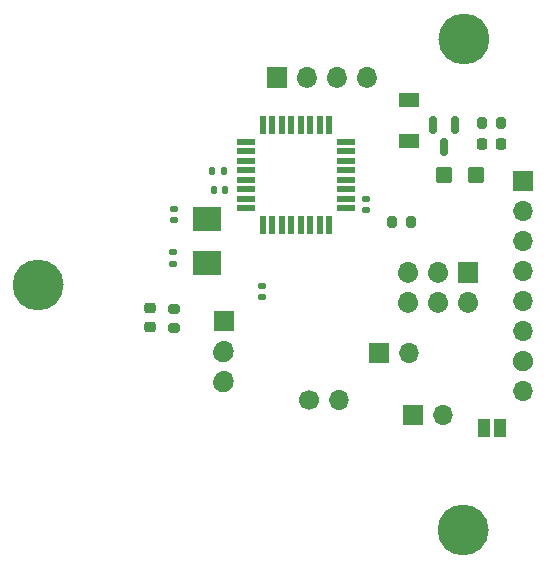
<source format=gbr>
%TF.GenerationSoftware,KiCad,Pcbnew,(6.0.7-1)-1*%
%TF.CreationDate,2023-01-08T16:55:42-05:00*%
%TF.ProjectId,atmega328,61746d65-6761-4333-9238-2e6b69636164,rev?*%
%TF.SameCoordinates,Original*%
%TF.FileFunction,Soldermask,Top*%
%TF.FilePolarity,Negative*%
%FSLAX46Y46*%
G04 Gerber Fmt 4.6, Leading zero omitted, Abs format (unit mm)*
G04 Created by KiCad (PCBNEW (6.0.7-1)-1) date 2023-01-08 16:55:42*
%MOMM*%
%LPD*%
G01*
G04 APERTURE LIST*
G04 Aperture macros list*
%AMRoundRect*
0 Rectangle with rounded corners*
0 $1 Rounding radius*
0 $2 $3 $4 $5 $6 $7 $8 $9 X,Y pos of 4 corners*
0 Add a 4 corners polygon primitive as box body*
4,1,4,$2,$3,$4,$5,$6,$7,$8,$9,$2,$3,0*
0 Add four circle primitives for the rounded corners*
1,1,$1+$1,$2,$3*
1,1,$1+$1,$4,$5*
1,1,$1+$1,$6,$7*
1,1,$1+$1,$8,$9*
0 Add four rect primitives between the rounded corners*
20,1,$1+$1,$2,$3,$4,$5,0*
20,1,$1+$1,$4,$5,$6,$7,0*
20,1,$1+$1,$6,$7,$8,$9,0*
20,1,$1+$1,$8,$9,$2,$3,0*%
G04 Aperture macros list end*
%ADD10C,2.150000*%
%ADD11C,0.000000*%
%ADD12RoundRect,0.140000X-0.170000X0.140000X-0.170000X-0.140000X0.170000X-0.140000X0.170000X0.140000X0*%
%ADD13RoundRect,0.140000X0.140000X0.170000X-0.140000X0.170000X-0.140000X-0.170000X0.140000X-0.170000X0*%
%ADD14R,1.000000X1.500000*%
%ADD15R,1.700000X1.700000*%
%ADD16O,1.700000X1.700000*%
%ADD17RoundRect,0.218750X0.256250X-0.218750X0.256250X0.218750X-0.256250X0.218750X-0.256250X-0.218750X0*%
%ADD18RoundRect,0.200000X-0.200000X-0.275000X0.200000X-0.275000X0.200000X0.275000X-0.200000X0.275000X0*%
%ADD19C,1.700000*%
%ADD20R,1.600000X0.550000*%
%ADD21R,0.550000X1.600000*%
%ADD22C,4.300000*%
%ADD23RoundRect,0.225000X-0.225000X-0.250000X0.225000X-0.250000X0.225000X0.250000X-0.225000X0.250000X0*%
%ADD24RoundRect,0.140000X0.170000X-0.140000X0.170000X0.140000X-0.170000X0.140000X-0.170000X-0.140000X0*%
%ADD25RoundRect,0.250000X-0.450000X-0.425000X0.450000X-0.425000X0.450000X0.425000X-0.450000X0.425000X0*%
%ADD26RoundRect,0.200000X-0.275000X0.200000X-0.275000X-0.200000X0.275000X-0.200000X0.275000X0.200000X0*%
%ADD27R,2.400000X2.000000*%
%ADD28RoundRect,0.150000X-0.150000X0.587500X-0.150000X-0.587500X0.150000X-0.587500X0.150000X0.587500X0*%
%ADD29R,1.700000X1.300000*%
G04 APERTURE END LIST*
D10*
X157915000Y-125320000D02*
G75*
G03*
X157915000Y-125320000I-1075000J0D01*
G01*
D11*
G36*
X157313310Y-105214090D02*
G01*
X157395830Y-105226330D01*
X157476740Y-105246600D01*
X157555280Y-105274700D01*
X157630690Y-105310370D01*
X157702230Y-105353250D01*
X157769230Y-105402940D01*
X157831040Y-105458960D01*
X157887060Y-105520770D01*
X157936750Y-105587770D01*
X157979630Y-105659310D01*
X158015300Y-105734720D01*
X158043400Y-105813260D01*
X158063670Y-105894170D01*
X158075910Y-105976690D01*
X158080000Y-106060000D01*
X158075910Y-106143310D01*
X158063670Y-106225830D01*
X158043400Y-106306740D01*
X158015300Y-106385280D01*
X157979630Y-106460690D01*
X157936750Y-106532230D01*
X157887060Y-106599230D01*
X157831040Y-106661040D01*
X157769230Y-106717060D01*
X157702230Y-106766750D01*
X157630690Y-106809630D01*
X157555280Y-106845300D01*
X157476740Y-106873400D01*
X157395830Y-106893670D01*
X157313310Y-106905910D01*
X157230000Y-106910000D01*
X157146690Y-106905910D01*
X157064170Y-106893670D01*
X156983260Y-106873400D01*
X156904720Y-106845300D01*
X156829310Y-106809630D01*
X156757770Y-106766750D01*
X156690770Y-106717060D01*
X156628960Y-106661040D01*
X156572940Y-106599230D01*
X156523250Y-106532230D01*
X156480370Y-106460690D01*
X156444700Y-106385280D01*
X156416600Y-106306740D01*
X156396330Y-106225830D01*
X156384090Y-106143310D01*
X156380000Y-106060000D01*
X156384090Y-105976690D01*
X156396330Y-105894170D01*
X156416600Y-105813260D01*
X156444700Y-105734720D01*
X156480370Y-105659310D01*
X156523250Y-105587770D01*
X156572940Y-105520770D01*
X156628960Y-105458960D01*
X156690770Y-105402940D01*
X156757770Y-105353250D01*
X156829310Y-105310370D01*
X156904720Y-105274700D01*
X156983260Y-105246600D01*
X157064170Y-105226330D01*
X157146690Y-105214090D01*
X157230000Y-105210000D01*
X157313310Y-105214090D01*
G37*
D10*
X121925000Y-104560000D02*
G75*
G03*
X121925000Y-104560000I-1075000J0D01*
G01*
D11*
G36*
X136583310Y-111934090D02*
G01*
X136665830Y-111946330D01*
X136746740Y-111966600D01*
X136825280Y-111994700D01*
X136900690Y-112030370D01*
X136972230Y-112073250D01*
X137039230Y-112122940D01*
X137101040Y-112178960D01*
X137157060Y-112240770D01*
X137206750Y-112307770D01*
X137249630Y-112379310D01*
X137285300Y-112454720D01*
X137313400Y-112533260D01*
X137333670Y-112614170D01*
X137345910Y-112696690D01*
X137350000Y-112780000D01*
X137345910Y-112863310D01*
X137333670Y-112945830D01*
X137313400Y-113026740D01*
X137285300Y-113105280D01*
X137249630Y-113180690D01*
X137206750Y-113252230D01*
X137157060Y-113319230D01*
X137101040Y-113381040D01*
X137039230Y-113437060D01*
X136972230Y-113486750D01*
X136900690Y-113529630D01*
X136825280Y-113565300D01*
X136746740Y-113593400D01*
X136665830Y-113613670D01*
X136583310Y-113625910D01*
X136500000Y-113630000D01*
X136416690Y-113625910D01*
X136334170Y-113613670D01*
X136253260Y-113593400D01*
X136174720Y-113565300D01*
X136099310Y-113529630D01*
X136027770Y-113486750D01*
X135960770Y-113437060D01*
X135898960Y-113381040D01*
X135842940Y-113319230D01*
X135793250Y-113252230D01*
X135750370Y-113180690D01*
X135714700Y-113105280D01*
X135686600Y-113026740D01*
X135666330Y-112945830D01*
X135654090Y-112863310D01*
X135650000Y-112780000D01*
X135654090Y-112696690D01*
X135666330Y-112614170D01*
X135686600Y-112533260D01*
X135714700Y-112454720D01*
X135750370Y-112379310D01*
X135793250Y-112307770D01*
X135842940Y-112240770D01*
X135898960Y-112178960D01*
X135960770Y-112122940D01*
X136027770Y-112073250D01*
X136099310Y-112030370D01*
X136174720Y-111994700D01*
X136253260Y-111966600D01*
X136334170Y-111946330D01*
X136416690Y-111934090D01*
X136500000Y-111930000D01*
X136583310Y-111934090D01*
G37*
D10*
X157925000Y-83750000D02*
G75*
G03*
X157925000Y-83750000I-1075000J0D01*
G01*
D11*
G36*
X143663310Y-86159090D02*
G01*
X143745830Y-86171330D01*
X143826740Y-86191600D01*
X143905280Y-86219700D01*
X143980690Y-86255370D01*
X144052230Y-86298250D01*
X144119230Y-86347940D01*
X144181040Y-86403960D01*
X144237060Y-86465770D01*
X144286750Y-86532770D01*
X144329630Y-86604310D01*
X144365300Y-86679720D01*
X144393400Y-86758260D01*
X144413670Y-86839170D01*
X144425910Y-86921690D01*
X144430000Y-87005000D01*
X144425910Y-87088310D01*
X144413670Y-87170830D01*
X144393400Y-87251740D01*
X144365300Y-87330280D01*
X144329630Y-87405690D01*
X144286750Y-87477230D01*
X144237060Y-87544230D01*
X144181040Y-87606040D01*
X144119230Y-87662060D01*
X144052230Y-87711750D01*
X143980690Y-87754630D01*
X143905280Y-87790300D01*
X143826740Y-87818400D01*
X143745830Y-87838670D01*
X143663310Y-87850910D01*
X143580000Y-87855000D01*
X143496690Y-87850910D01*
X143414170Y-87838670D01*
X143333260Y-87818400D01*
X143254720Y-87790300D01*
X143179310Y-87754630D01*
X143107770Y-87711750D01*
X143040770Y-87662060D01*
X142978960Y-87606040D01*
X142922940Y-87544230D01*
X142873250Y-87477230D01*
X142830370Y-87405690D01*
X142794700Y-87330280D01*
X142766600Y-87251740D01*
X142746330Y-87170830D01*
X142734090Y-87088310D01*
X142730000Y-87005000D01*
X142734090Y-86921690D01*
X142746330Y-86839170D01*
X142766600Y-86758260D01*
X142794700Y-86679720D01*
X142830370Y-86604310D01*
X142873250Y-86532770D01*
X142922940Y-86465770D01*
X142978960Y-86403960D01*
X143040770Y-86347940D01*
X143107770Y-86298250D01*
X143179310Y-86255370D01*
X143254720Y-86219700D01*
X143333260Y-86191600D01*
X143414170Y-86171330D01*
X143496690Y-86159090D01*
X143580000Y-86155000D01*
X143663310Y-86159090D01*
G37*
G36*
X162722860Y-96613570D02*
G01*
X161022860Y-96613570D01*
X161022860Y-94913570D01*
X162722860Y-94913570D01*
X162722860Y-96613570D01*
G37*
G36*
X161956170Y-110157660D02*
G01*
X162038690Y-110169900D01*
X162119600Y-110190170D01*
X162198140Y-110218270D01*
X162273550Y-110253940D01*
X162345090Y-110296820D01*
X162412090Y-110346510D01*
X162473900Y-110402530D01*
X162529920Y-110464340D01*
X162579610Y-110531340D01*
X162622490Y-110602880D01*
X162658160Y-110678290D01*
X162686260Y-110756830D01*
X162706530Y-110837740D01*
X162718770Y-110920260D01*
X162722860Y-111003570D01*
X162718770Y-111086880D01*
X162706530Y-111169400D01*
X162686260Y-111250310D01*
X162658160Y-111328850D01*
X162622490Y-111404260D01*
X162579610Y-111475800D01*
X162529920Y-111542800D01*
X162473900Y-111604610D01*
X162412090Y-111660630D01*
X162345090Y-111710320D01*
X162273550Y-111753200D01*
X162198140Y-111788870D01*
X162119600Y-111816970D01*
X162038690Y-111837240D01*
X161956170Y-111849480D01*
X161872860Y-111853570D01*
X161789550Y-111849480D01*
X161707030Y-111837240D01*
X161626120Y-111816970D01*
X161547580Y-111788870D01*
X161472170Y-111753200D01*
X161400630Y-111710320D01*
X161333630Y-111660630D01*
X161271820Y-111604610D01*
X161215800Y-111542800D01*
X161166110Y-111475800D01*
X161123230Y-111404260D01*
X161087560Y-111328850D01*
X161059460Y-111250310D01*
X161039190Y-111169400D01*
X161026950Y-111086880D01*
X161022860Y-111003570D01*
X161026950Y-110920260D01*
X161039190Y-110837740D01*
X161059460Y-110756830D01*
X161087560Y-110678290D01*
X161123230Y-110602880D01*
X161166110Y-110531340D01*
X161215800Y-110464340D01*
X161271820Y-110402530D01*
X161333630Y-110346510D01*
X161400630Y-110296820D01*
X161472170Y-110253940D01*
X161547580Y-110218270D01*
X161626120Y-110190170D01*
X161707030Y-110169900D01*
X161789550Y-110157660D01*
X161872860Y-110153570D01*
X161956170Y-110157660D01*
G37*
G36*
X148743310Y-86159090D02*
G01*
X148825830Y-86171330D01*
X148906740Y-86191600D01*
X148985280Y-86219700D01*
X149060690Y-86255370D01*
X149132230Y-86298250D01*
X149199230Y-86347940D01*
X149261040Y-86403960D01*
X149317060Y-86465770D01*
X149366750Y-86532770D01*
X149409630Y-86604310D01*
X149445300Y-86679720D01*
X149473400Y-86758260D01*
X149493670Y-86839170D01*
X149505910Y-86921690D01*
X149510000Y-87005000D01*
X149505910Y-87088310D01*
X149493670Y-87170830D01*
X149473400Y-87251740D01*
X149445300Y-87330280D01*
X149409630Y-87405690D01*
X149366750Y-87477230D01*
X149317060Y-87544230D01*
X149261040Y-87606040D01*
X149199230Y-87662060D01*
X149132230Y-87711750D01*
X149060690Y-87754630D01*
X148985280Y-87790300D01*
X148906740Y-87818400D01*
X148825830Y-87838670D01*
X148743310Y-87850910D01*
X148660000Y-87855000D01*
X148576690Y-87850910D01*
X148494170Y-87838670D01*
X148413260Y-87818400D01*
X148334720Y-87790300D01*
X148259310Y-87754630D01*
X148187770Y-87711750D01*
X148120770Y-87662060D01*
X148058960Y-87606040D01*
X148002940Y-87544230D01*
X147953250Y-87477230D01*
X147910370Y-87405690D01*
X147874700Y-87330280D01*
X147846600Y-87251740D01*
X147826330Y-87170830D01*
X147814090Y-87088310D01*
X147810000Y-87005000D01*
X147814090Y-86921690D01*
X147826330Y-86839170D01*
X147846600Y-86758260D01*
X147874700Y-86679720D01*
X147910370Y-86604310D01*
X147953250Y-86532770D01*
X148002940Y-86465770D01*
X148058960Y-86403960D01*
X148120770Y-86347940D01*
X148187770Y-86298250D01*
X148259310Y-86255370D01*
X148334720Y-86219700D01*
X148413260Y-86191600D01*
X148494170Y-86171330D01*
X148576690Y-86159090D01*
X148660000Y-86155000D01*
X148743310Y-86159090D01*
G37*
G36*
X158080000Y-104370000D02*
G01*
X156380000Y-104370000D01*
X156380000Y-102670000D01*
X158080000Y-102670000D01*
X158080000Y-104370000D01*
G37*
G36*
X141890000Y-87855000D02*
G01*
X140190000Y-87855000D01*
X140190000Y-86155000D01*
X141890000Y-86155000D01*
X141890000Y-87855000D01*
G37*
G36*
X152233310Y-102674090D02*
G01*
X152315830Y-102686330D01*
X152396740Y-102706600D01*
X152475280Y-102734700D01*
X152550690Y-102770370D01*
X152622230Y-102813250D01*
X152689230Y-102862940D01*
X152751040Y-102918960D01*
X152807060Y-102980770D01*
X152856750Y-103047770D01*
X152899630Y-103119310D01*
X152935300Y-103194720D01*
X152963400Y-103273260D01*
X152983670Y-103354170D01*
X152995910Y-103436690D01*
X153000000Y-103520000D01*
X152995910Y-103603310D01*
X152983670Y-103685830D01*
X152963400Y-103766740D01*
X152935300Y-103845280D01*
X152899630Y-103920690D01*
X152856750Y-103992230D01*
X152807060Y-104059230D01*
X152751040Y-104121040D01*
X152689230Y-104177060D01*
X152622230Y-104226750D01*
X152550690Y-104269630D01*
X152475280Y-104305300D01*
X152396740Y-104333400D01*
X152315830Y-104353670D01*
X152233310Y-104365910D01*
X152150000Y-104370000D01*
X152066690Y-104365910D01*
X151984170Y-104353670D01*
X151903260Y-104333400D01*
X151824720Y-104305300D01*
X151749310Y-104269630D01*
X151677770Y-104226750D01*
X151610770Y-104177060D01*
X151548960Y-104121040D01*
X151492940Y-104059230D01*
X151443250Y-103992230D01*
X151400370Y-103920690D01*
X151364700Y-103845280D01*
X151336600Y-103766740D01*
X151316330Y-103685830D01*
X151304090Y-103603310D01*
X151300000Y-103520000D01*
X151304090Y-103436690D01*
X151316330Y-103354170D01*
X151336600Y-103273260D01*
X151364700Y-103194720D01*
X151400370Y-103119310D01*
X151443250Y-103047770D01*
X151492940Y-102980770D01*
X151548960Y-102918960D01*
X151610770Y-102862940D01*
X151677770Y-102813250D01*
X151749310Y-102770370D01*
X151824720Y-102734700D01*
X151903260Y-102706600D01*
X151984170Y-102686330D01*
X152066690Y-102674090D01*
X152150000Y-102670000D01*
X152233310Y-102674090D01*
G37*
G36*
X136583310Y-109394090D02*
G01*
X136665830Y-109406330D01*
X136746740Y-109426600D01*
X136825280Y-109454700D01*
X136900690Y-109490370D01*
X136972230Y-109533250D01*
X137039230Y-109582940D01*
X137101040Y-109638960D01*
X137157060Y-109700770D01*
X137206750Y-109767770D01*
X137249630Y-109839310D01*
X137285300Y-109914720D01*
X137313400Y-109993260D01*
X137333670Y-110074170D01*
X137345910Y-110156690D01*
X137350000Y-110240000D01*
X137345910Y-110323310D01*
X137333670Y-110405830D01*
X137313400Y-110486740D01*
X137285300Y-110565280D01*
X137249630Y-110640690D01*
X137206750Y-110712230D01*
X137157060Y-110779230D01*
X137101040Y-110841040D01*
X137039230Y-110897060D01*
X136972230Y-110946750D01*
X136900690Y-110989630D01*
X136825280Y-111025300D01*
X136746740Y-111053400D01*
X136665830Y-111073670D01*
X136583310Y-111085910D01*
X136500000Y-111090000D01*
X136416690Y-111085910D01*
X136334170Y-111073670D01*
X136253260Y-111053400D01*
X136174720Y-111025300D01*
X136099310Y-110989630D01*
X136027770Y-110946750D01*
X135960770Y-110897060D01*
X135898960Y-110841040D01*
X135842940Y-110779230D01*
X135793250Y-110712230D01*
X135750370Y-110640690D01*
X135714700Y-110565280D01*
X135686600Y-110486740D01*
X135666330Y-110405830D01*
X135654090Y-110323310D01*
X135650000Y-110240000D01*
X135654090Y-110156690D01*
X135666330Y-110074170D01*
X135686600Y-109993260D01*
X135714700Y-109914720D01*
X135750370Y-109839310D01*
X135793250Y-109767770D01*
X135842940Y-109700770D01*
X135898960Y-109638960D01*
X135960770Y-109582940D01*
X136027770Y-109533250D01*
X136099310Y-109490370D01*
X136174720Y-109454700D01*
X136253260Y-109426600D01*
X136334170Y-109406330D01*
X136416690Y-109394090D01*
X136500000Y-109390000D01*
X136583310Y-109394090D01*
G37*
G36*
X154773310Y-102674090D02*
G01*
X154855830Y-102686330D01*
X154936740Y-102706600D01*
X155015280Y-102734700D01*
X155090690Y-102770370D01*
X155162230Y-102813250D01*
X155229230Y-102862940D01*
X155291040Y-102918960D01*
X155347060Y-102980770D01*
X155396750Y-103047770D01*
X155439630Y-103119310D01*
X155475300Y-103194720D01*
X155503400Y-103273260D01*
X155523670Y-103354170D01*
X155535910Y-103436690D01*
X155540000Y-103520000D01*
X155535910Y-103603310D01*
X155523670Y-103685830D01*
X155503400Y-103766740D01*
X155475300Y-103845280D01*
X155439630Y-103920690D01*
X155396750Y-103992230D01*
X155347060Y-104059230D01*
X155291040Y-104121040D01*
X155229230Y-104177060D01*
X155162230Y-104226750D01*
X155090690Y-104269630D01*
X155015280Y-104305300D01*
X154936740Y-104333400D01*
X154855830Y-104353670D01*
X154773310Y-104365910D01*
X154690000Y-104370000D01*
X154606690Y-104365910D01*
X154524170Y-104353670D01*
X154443260Y-104333400D01*
X154364720Y-104305300D01*
X154289310Y-104269630D01*
X154217770Y-104226750D01*
X154150770Y-104177060D01*
X154088960Y-104121040D01*
X154032940Y-104059230D01*
X153983250Y-103992230D01*
X153940370Y-103920690D01*
X153904700Y-103845280D01*
X153876600Y-103766740D01*
X153856330Y-103685830D01*
X153844090Y-103603310D01*
X153840000Y-103520000D01*
X153844090Y-103436690D01*
X153856330Y-103354170D01*
X153876600Y-103273260D01*
X153904700Y-103194720D01*
X153940370Y-103119310D01*
X153983250Y-103047770D01*
X154032940Y-102980770D01*
X154088960Y-102918960D01*
X154150770Y-102862940D01*
X154217770Y-102813250D01*
X154289310Y-102770370D01*
X154364720Y-102734700D01*
X154443260Y-102706600D01*
X154524170Y-102686330D01*
X154606690Y-102674090D01*
X154690000Y-102670000D01*
X154773310Y-102674090D01*
G37*
G36*
X146203310Y-86159090D02*
G01*
X146285830Y-86171330D01*
X146366740Y-86191600D01*
X146445280Y-86219700D01*
X146520690Y-86255370D01*
X146592230Y-86298250D01*
X146659230Y-86347940D01*
X146721040Y-86403960D01*
X146777060Y-86465770D01*
X146826750Y-86532770D01*
X146869630Y-86604310D01*
X146905300Y-86679720D01*
X146933400Y-86758260D01*
X146953670Y-86839170D01*
X146965910Y-86921690D01*
X146970000Y-87005000D01*
X146965910Y-87088310D01*
X146953670Y-87170830D01*
X146933400Y-87251740D01*
X146905300Y-87330280D01*
X146869630Y-87405690D01*
X146826750Y-87477230D01*
X146777060Y-87544230D01*
X146721040Y-87606040D01*
X146659230Y-87662060D01*
X146592230Y-87711750D01*
X146520690Y-87754630D01*
X146445280Y-87790300D01*
X146366740Y-87818400D01*
X146285830Y-87838670D01*
X146203310Y-87850910D01*
X146120000Y-87855000D01*
X146036690Y-87850910D01*
X145954170Y-87838670D01*
X145873260Y-87818400D01*
X145794720Y-87790300D01*
X145719310Y-87754630D01*
X145647770Y-87711750D01*
X145580770Y-87662060D01*
X145518960Y-87606040D01*
X145462940Y-87544230D01*
X145413250Y-87477230D01*
X145370370Y-87405690D01*
X145334700Y-87330280D01*
X145306600Y-87251740D01*
X145286330Y-87170830D01*
X145274090Y-87088310D01*
X145270000Y-87005000D01*
X145274090Y-86921690D01*
X145286330Y-86839170D01*
X145306600Y-86758260D01*
X145334700Y-86679720D01*
X145370370Y-86604310D01*
X145413250Y-86532770D01*
X145462940Y-86465770D01*
X145518960Y-86403960D01*
X145580770Y-86347940D01*
X145647770Y-86298250D01*
X145719310Y-86255370D01*
X145794720Y-86219700D01*
X145873260Y-86191600D01*
X145954170Y-86171330D01*
X146036690Y-86159090D01*
X146120000Y-86155000D01*
X146203310Y-86159090D01*
G37*
G36*
X154773310Y-105214090D02*
G01*
X154855830Y-105226330D01*
X154936740Y-105246600D01*
X155015280Y-105274700D01*
X155090690Y-105310370D01*
X155162230Y-105353250D01*
X155229230Y-105402940D01*
X155291040Y-105458960D01*
X155347060Y-105520770D01*
X155396750Y-105587770D01*
X155439630Y-105659310D01*
X155475300Y-105734720D01*
X155503400Y-105813260D01*
X155523670Y-105894170D01*
X155535910Y-105976690D01*
X155540000Y-106060000D01*
X155535910Y-106143310D01*
X155523670Y-106225830D01*
X155503400Y-106306740D01*
X155475300Y-106385280D01*
X155439630Y-106460690D01*
X155396750Y-106532230D01*
X155347060Y-106599230D01*
X155291040Y-106661040D01*
X155229230Y-106717060D01*
X155162230Y-106766750D01*
X155090690Y-106809630D01*
X155015280Y-106845300D01*
X154936740Y-106873400D01*
X154855830Y-106893670D01*
X154773310Y-106905910D01*
X154690000Y-106910000D01*
X154606690Y-106905910D01*
X154524170Y-106893670D01*
X154443260Y-106873400D01*
X154364720Y-106845300D01*
X154289310Y-106809630D01*
X154217770Y-106766750D01*
X154150770Y-106717060D01*
X154088960Y-106661040D01*
X154032940Y-106599230D01*
X153983250Y-106532230D01*
X153940370Y-106460690D01*
X153904700Y-106385280D01*
X153876600Y-106306740D01*
X153856330Y-106225830D01*
X153844090Y-106143310D01*
X153840000Y-106060000D01*
X153844090Y-105976690D01*
X153856330Y-105894170D01*
X153876600Y-105813260D01*
X153904700Y-105734720D01*
X153940370Y-105659310D01*
X153983250Y-105587770D01*
X154032940Y-105520770D01*
X154088960Y-105458960D01*
X154150770Y-105402940D01*
X154217770Y-105353250D01*
X154289310Y-105310370D01*
X154364720Y-105274700D01*
X154443260Y-105246600D01*
X154524170Y-105226330D01*
X154606690Y-105214090D01*
X154690000Y-105210000D01*
X154773310Y-105214090D01*
G37*
G36*
X152233310Y-105214090D02*
G01*
X152315830Y-105226330D01*
X152396740Y-105246600D01*
X152475280Y-105274700D01*
X152550690Y-105310370D01*
X152622230Y-105353250D01*
X152689230Y-105402940D01*
X152751040Y-105458960D01*
X152807060Y-105520770D01*
X152856750Y-105587770D01*
X152899630Y-105659310D01*
X152935300Y-105734720D01*
X152963400Y-105813260D01*
X152983670Y-105894170D01*
X152995910Y-105976690D01*
X153000000Y-106060000D01*
X152995910Y-106143310D01*
X152983670Y-106225830D01*
X152963400Y-106306740D01*
X152935300Y-106385280D01*
X152899630Y-106460690D01*
X152856750Y-106532230D01*
X152807060Y-106599230D01*
X152751040Y-106661040D01*
X152689230Y-106717060D01*
X152622230Y-106766750D01*
X152550690Y-106809630D01*
X152475280Y-106845300D01*
X152396740Y-106873400D01*
X152315830Y-106893670D01*
X152233310Y-106905910D01*
X152150000Y-106910000D01*
X152066690Y-106905910D01*
X151984170Y-106893670D01*
X151903260Y-106873400D01*
X151824720Y-106845300D01*
X151749310Y-106809630D01*
X151677770Y-106766750D01*
X151610770Y-106717060D01*
X151548960Y-106661040D01*
X151492940Y-106599230D01*
X151443250Y-106532230D01*
X151400370Y-106460690D01*
X151364700Y-106385280D01*
X151336600Y-106306740D01*
X151316330Y-106225830D01*
X151304090Y-106143310D01*
X151300000Y-106060000D01*
X151304090Y-105976690D01*
X151316330Y-105894170D01*
X151336600Y-105813260D01*
X151364700Y-105734720D01*
X151400370Y-105659310D01*
X151443250Y-105587770D01*
X151492940Y-105520770D01*
X151548960Y-105458960D01*
X151610770Y-105402940D01*
X151677770Y-105353250D01*
X151749310Y-105310370D01*
X151824720Y-105274700D01*
X151903260Y-105246600D01*
X151984170Y-105226330D01*
X152066690Y-105214090D01*
X152150000Y-105210000D01*
X152233310Y-105214090D01*
G37*
D12*
%TO.C,C8*%
X139780000Y-104660000D03*
X139780000Y-105620000D03*
%TD*%
D13*
%TO.C,C3*%
X136530000Y-94950000D03*
X135570000Y-94950000D03*
%TD*%
D12*
%TO.C,C5*%
X148600000Y-97270000D03*
X148600000Y-98230000D03*
%TD*%
D13*
%TO.C,C4*%
X136640000Y-96490000D03*
X135680000Y-96490000D03*
%TD*%
D14*
%TO.C,JP1*%
X159900000Y-116700000D03*
X158600000Y-116700000D03*
%TD*%
D15*
%TO.C,J1*%
X141050000Y-87000000D03*
D16*
X143590000Y-87000000D03*
X146130000Y-87000000D03*
X148670000Y-87000000D03*
%TD*%
D15*
%TO.C,J5*%
X161867860Y-95778570D03*
D16*
X161867860Y-98318570D03*
X161867860Y-100858570D03*
X161867860Y-103398570D03*
X161867860Y-105938570D03*
X161867860Y-108478570D03*
X161867860Y-111018570D03*
X161867860Y-113558570D03*
%TD*%
D17*
%TO.C,D2*%
X130326800Y-108127700D03*
X130326800Y-106552700D03*
%TD*%
D18*
%TO.C,R1*%
X158384800Y-90834400D03*
X160034800Y-90834400D03*
%TD*%
D19*
%TO.C,J2*%
X143730000Y-114300000D03*
D16*
X146270000Y-114300000D03*
%TD*%
D20*
%TO.C,U1*%
X138420000Y-92460000D03*
X138420000Y-93260000D03*
X138420000Y-94060000D03*
X138420000Y-94860000D03*
X138420000Y-95660000D03*
X138420000Y-96460000D03*
X138420000Y-97260000D03*
X138420000Y-98060000D03*
D21*
X139870000Y-99510000D03*
X140670000Y-99510000D03*
X141470000Y-99510000D03*
X142270000Y-99510000D03*
X143070000Y-99510000D03*
X143870000Y-99510000D03*
X144670000Y-99510000D03*
X145470000Y-99510000D03*
D20*
X146920000Y-98060000D03*
X146920000Y-97260000D03*
X146920000Y-96460000D03*
X146920000Y-95660000D03*
X146920000Y-94860000D03*
X146920000Y-94060000D03*
X146920000Y-93260000D03*
X146920000Y-92460000D03*
D21*
X145470000Y-91010000D03*
X144670000Y-91010000D03*
X143870000Y-91010000D03*
X143070000Y-91010000D03*
X142270000Y-91010000D03*
X141470000Y-91010000D03*
X140670000Y-91010000D03*
X139870000Y-91010000D03*
%TD*%
D22*
%TO.C,REF\u002A\u002A*%
X156840000Y-125275000D03*
%TD*%
%TO.C,REF\u002A\u002A*%
X156850000Y-83750000D03*
%TD*%
%TO.C,REF\u002A\u002A*%
X120850000Y-104560000D03*
%TD*%
D23*
%TO.C,C1*%
X158424800Y-92624400D03*
X159974800Y-92624400D03*
%TD*%
D15*
%TO.C,ISP1*%
X157235800Y-103434000D03*
D16*
X157235800Y-105974000D03*
X154695800Y-103434000D03*
X154695800Y-105974000D03*
X152155800Y-103434000D03*
X152155800Y-105974000D03*
%TD*%
D24*
%TO.C,C6*%
X132334800Y-99079400D03*
X132334800Y-98119400D03*
%TD*%
D25*
%TO.C,C2*%
X155224800Y-95249400D03*
X157924800Y-95249400D03*
%TD*%
D18*
%TO.C,R2*%
X150750000Y-99200000D03*
X152400000Y-99200000D03*
%TD*%
D24*
%TO.C,C7*%
X132260000Y-102780000D03*
X132260000Y-101820000D03*
%TD*%
D26*
%TO.C,R3*%
X132349800Y-106574400D03*
X132349800Y-108224400D03*
%TD*%
D15*
%TO.C,J6*%
X149675000Y-110300000D03*
D16*
X152215000Y-110300000D03*
%TD*%
D27*
%TO.C,Y1*%
X135084800Y-99014400D03*
X135084800Y-102714400D03*
%TD*%
D28*
%TO.C,Q1*%
X156124800Y-90996900D03*
X154224800Y-90996900D03*
X155174800Y-92871900D03*
%TD*%
D29*
%TO.C,D1*%
X152250000Y-92400000D03*
X152250000Y-88900000D03*
%TD*%
D15*
%TO.C,J4*%
X136524400Y-107660000D03*
D16*
X136524400Y-110200000D03*
X136524400Y-112740000D03*
%TD*%
D15*
%TO.C,J3*%
X152525000Y-115600000D03*
D16*
X155065000Y-115600000D03*
%TD*%
M02*

</source>
